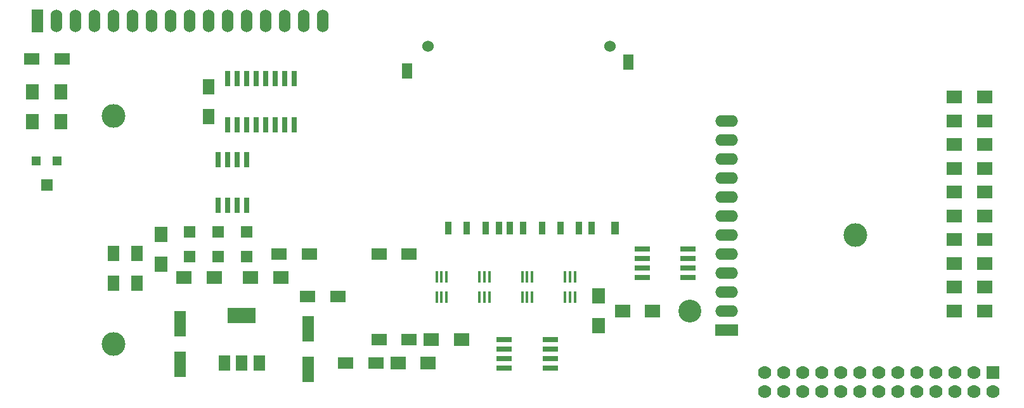
<source format=gts>
G04 #@! TF.FileFunction,Soldermask,Top*
%FSLAX46Y46*%
G04 Gerber Fmt 4.6, Leading zero omitted, Abs format (unit mm)*
G04 Created by KiCad (PCBNEW 4.0.5-e0-6337~49~ubuntu14.04.1) date Fri Dec 30 14:23:34 2016*
%MOMM*%
%LPD*%
G01*
G04 APERTURE LIST*
%ADD10C,0.150000*%
%ADD11C,1.524000*%
%ADD12R,1.778000X1.778000*%
%ADD13C,1.778000*%
%ADD14R,0.398780X1.501140*%
%ADD15C,3.048000*%
%ADD16C,3.175000*%
%ADD17R,2.000000X1.600000*%
%ADD18R,1.600000X3.500000*%
%ADD19R,1.600000X2.000000*%
%ADD20R,1.500000X1.500000*%
%ADD21R,0.899160X1.798320*%
%ADD22R,1.399540X1.998980*%
%ADD23R,1.099820X1.798320*%
%ADD24R,1.524000X3.048000*%
%ADD25O,1.524000X3.048000*%
%ADD26R,3.048000X1.524000*%
%ADD27O,3.048000X1.524000*%
%ADD28R,2.000000X1.700000*%
%ADD29R,1.700000X2.000000*%
%ADD30R,1.200000X1.200000*%
%ADD31R,1.600000X1.500000*%
%ADD32R,0.660400X2.032000*%
%ADD33R,2.032000X0.660400*%
%ADD34R,3.800000X2.000000*%
%ADD35R,1.500000X2.000000*%
G04 APERTURE END LIST*
D10*
D11*
X130937000Y-80835500D03*
X155194000Y-80835500D03*
D12*
X206375000Y-124460000D03*
D13*
X206375000Y-127000000D03*
X203835000Y-124460000D03*
X203835000Y-127000000D03*
X201295000Y-124460000D03*
X201295000Y-127000000D03*
X198755000Y-124460000D03*
X198755000Y-127000000D03*
X196215000Y-124460000D03*
X196215000Y-127000000D03*
X193675000Y-124460000D03*
X193675000Y-127000000D03*
X191135000Y-124460000D03*
X191135000Y-127000000D03*
X188595000Y-124460000D03*
X188595000Y-127000000D03*
X186055000Y-124460000D03*
X186055000Y-127000000D03*
X183515000Y-124460000D03*
X183515000Y-127000000D03*
X180975000Y-124460000D03*
X180975000Y-127000000D03*
X178435000Y-124460000D03*
X178435000Y-127000000D03*
X175895000Y-124460000D03*
X175895000Y-127000000D03*
D14*
X149209760Y-114360960D03*
X149860000Y-114360960D03*
X150510240Y-114360960D03*
X150510240Y-111699040D03*
X149860000Y-111699040D03*
X149209760Y-111699040D03*
D15*
X165862000Y-116205000D03*
D16*
X88900000Y-120650000D03*
X88900000Y-90170000D03*
X187960000Y-106045000D03*
D17*
X128365000Y-108585000D03*
X124365000Y-108585000D03*
X119920000Y-123190000D03*
X123920000Y-123190000D03*
X82010000Y-82550000D03*
X78010000Y-82550000D03*
D18*
X114935000Y-123985000D03*
X114935000Y-118585000D03*
D17*
X118840000Y-114300000D03*
X114840000Y-114300000D03*
D19*
X101600000Y-86265000D03*
X101600000Y-90265000D03*
D17*
X128365000Y-120015000D03*
X124365000Y-120015000D03*
D18*
X97790000Y-117950000D03*
X97790000Y-123350000D03*
D19*
X92075000Y-108490000D03*
X92075000Y-112490000D03*
D17*
X111030000Y-108585000D03*
X115030000Y-108585000D03*
D19*
X88900000Y-108490000D03*
X88900000Y-112490000D03*
D20*
X102870000Y-105665000D03*
X102870000Y-108965000D03*
X106680000Y-105665000D03*
X106680000Y-108965000D03*
X99060000Y-105665000D03*
X99060000Y-108965000D03*
D21*
X136105900Y-105138220D03*
X138605260Y-105138220D03*
X140355320Y-105138220D03*
X143603980Y-105138220D03*
X146103340Y-105138220D03*
X148602700Y-105138220D03*
X151023320Y-105138220D03*
X152722580Y-105138220D03*
X133606540Y-105138220D03*
X141856460Y-105138220D03*
D22*
X128125220Y-84140040D03*
X157624780Y-82991960D03*
D23*
X155874720Y-105138220D03*
D24*
X78740000Y-77470000D03*
D25*
X81280000Y-77470000D03*
X83820000Y-77470000D03*
X86360000Y-77470000D03*
X88900000Y-77470000D03*
X91440000Y-77470000D03*
X93980000Y-77470000D03*
X96520000Y-77470000D03*
X99060000Y-77470000D03*
X101600000Y-77470000D03*
X104140000Y-77470000D03*
X106680000Y-77470000D03*
X109220000Y-77470000D03*
X111760000Y-77470000D03*
X114300000Y-77470000D03*
X116840000Y-77470000D03*
D26*
X170815000Y-118745000D03*
D27*
X170815000Y-116205000D03*
X170815000Y-113665000D03*
X170815000Y-111125000D03*
X170815000Y-108585000D03*
X170815000Y-106045000D03*
X170815000Y-103505000D03*
X170815000Y-100965000D03*
X170815000Y-98425000D03*
X170815000Y-95885000D03*
X170815000Y-93345000D03*
X170815000Y-90805000D03*
D28*
X160877000Y-116205000D03*
X156877000Y-116205000D03*
X131350000Y-120015000D03*
X135350000Y-120015000D03*
D29*
X153670000Y-114205000D03*
X153670000Y-118205000D03*
X81915000Y-86900000D03*
X81915000Y-90900000D03*
D28*
X102330000Y-111760000D03*
X98330000Y-111760000D03*
X126905000Y-123190000D03*
X130905000Y-123190000D03*
X107220000Y-111760000D03*
X111220000Y-111760000D03*
D29*
X78105000Y-90900000D03*
X78105000Y-86900000D03*
D28*
X201200000Y-116205000D03*
X205200000Y-116205000D03*
X201200000Y-113030000D03*
X205200000Y-113030000D03*
X201200000Y-109855000D03*
X205200000Y-109855000D03*
X201200000Y-106680000D03*
X205200000Y-106680000D03*
X201200000Y-103505000D03*
X205200000Y-103505000D03*
X201200000Y-100330000D03*
X205200000Y-100330000D03*
X201200000Y-97155000D03*
X205200000Y-97155000D03*
X201200000Y-93980000D03*
X205200000Y-93980000D03*
X201200000Y-90805000D03*
X205200000Y-90805000D03*
X201200000Y-87630000D03*
X205200000Y-87630000D03*
D29*
X95250000Y-109950000D03*
X95250000Y-105950000D03*
D30*
X81410000Y-96165000D03*
X78610000Y-96165000D03*
D31*
X80010000Y-99415000D03*
D32*
X106680000Y-95986600D03*
X105410000Y-95986600D03*
X104140000Y-95986600D03*
X102870000Y-95986600D03*
X102870000Y-102133400D03*
X104140000Y-102133400D03*
X105410000Y-102133400D03*
X106680000Y-102133400D03*
D33*
X141071600Y-120015000D03*
X141071600Y-121285000D03*
X141071600Y-122555000D03*
X141071600Y-123825000D03*
X147218400Y-123825000D03*
X147218400Y-122555000D03*
X147218400Y-121285000D03*
X147218400Y-120015000D03*
X165633400Y-111760000D03*
X165633400Y-110490000D03*
X165633400Y-109220000D03*
X165633400Y-107950000D03*
X159486600Y-107950000D03*
X159486600Y-109220000D03*
X159486600Y-110490000D03*
X159486600Y-111760000D03*
D32*
X104140000Y-91338400D03*
X105410000Y-91338400D03*
X106680000Y-91338400D03*
X107950000Y-91338400D03*
X109220000Y-91338400D03*
X110490000Y-91338400D03*
X111760000Y-91338400D03*
X113030000Y-91338400D03*
X113030000Y-85191600D03*
X111760000Y-85191600D03*
X110490000Y-85191600D03*
X109220000Y-85191600D03*
X107950000Y-85191600D03*
X106680000Y-85191600D03*
X105410000Y-85191600D03*
X104140000Y-85191600D03*
D34*
X106045000Y-116865000D03*
D35*
X106045000Y-123165000D03*
X108345000Y-123165000D03*
X103745000Y-123165000D03*
D14*
X137779760Y-114360960D03*
X138430000Y-114360960D03*
X139080240Y-114360960D03*
X139080240Y-111699040D03*
X138430000Y-111699040D03*
X137779760Y-111699040D03*
X143494760Y-114360960D03*
X144145000Y-114360960D03*
X144795240Y-114360960D03*
X144795240Y-111699040D03*
X144145000Y-111699040D03*
X143494760Y-111699040D03*
X132064760Y-114360960D03*
X132715000Y-114360960D03*
X133365240Y-114360960D03*
X133365240Y-111699040D03*
X132715000Y-111699040D03*
X132064760Y-111699040D03*
M02*

</source>
